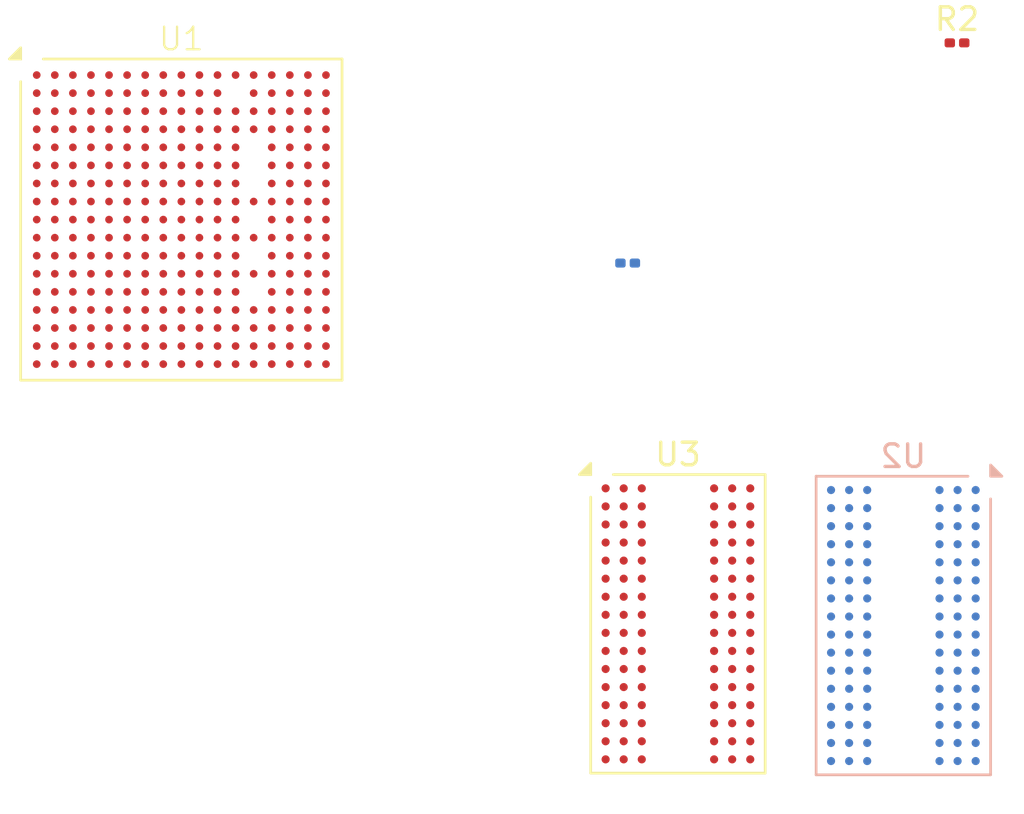
<source format=kicad_pcb>
(kicad_pcb (version 20241229) (generator "pcbnew") (generator_version "9.0")
  (layers (0 "F.Cu" signal) (4 "In1.Cu" signal) (6 "In2.Cu" signal) (2 "B.Cu" signal) (13 "F.Paste" user) (15 "B.Paste" user) (5 "F.SilkS" user "F.Silkscreen") (7 "B.SilkS" user "B.Silkscreen") (1 "F.Mask" user) (3 "B.Mask" user) (25 "Edge.Cuts" user))
  (net 0 "")
  (net 1 "VCC-IO")
  (net 2 "GND")
  (net 4 "VDD-SYS")
  (net 5 "VDD-CPU")
  (net 12 "VCC-PD")
  (net 75 "+1V5")
  (net 76 "Net-(U2-ZQ)")
  (net 79 "Net-(U3-ZQ)")
  (net 80 "/DDR3 RAM/~{CAS}")
  (net 81 "/DDR3 RAM/A3")
  (net 82 "/DDR3 RAM/A12")
  (net 83 "/DDR3 RAM/A0")
  (net 84 "/DDR3 RAM/~{RAS}")
  (net 85 "/DDR3 RAM/BA0")
  (net 88 "/DDR3 RAM/A1")
  (net 90 "/DDR3 RAM/BA1")
  (net 91 "/DDR3 RAM/~{WE}")
  (net 93 "/DDR3 RAM/A13")
  (net 94 "/DDR3 RAM/A9")
  (net 96 "/DDR3 RAM/A11")
  (net 97 "/DDR3 RAM/A6")
  (net 99 "/DDR3 RAM/A4")
  (net 103 "/DDR3 RAM/A14")
  (net 106 "/DDR3 RAM/BA2")
  (net 110 "/DDR3 RAM/A8")
  (net 111 "/DDR3 RAM/A10")
  (net 112 "/DDR3 RAM/~{DDRCS}")
  (net 116 "/DDR3 RAM/A7")
  (net 121 "/DDR3 RAM/A2")
  (net 126 "/DDR3 RAM/A5")
  (net 131 "/DDR3 RAM/~{DDRRST}")
  (footprint "Package_BGA:FBGA-96_7.5x13mm_Layout9x16_P0.8mm" (layer "F.Cu") (at 159.05 119.425)
    (property "Reference" "U3")
    (property "Value" "H5TQ4G63EFR")
  )
  (footprint "slate-lib:TFBGA-282_14x14mm_Layout17x17_P0.8mm" (layer "F.Cu") (at 137.075 101.525)
    (property "Reference" "U1")
    (property "Value" "A33")
  )
  (footprint "Resistor_SMD:R_0201_0603Metric" (layer "F.Cu") (at 171.4 93.7)
    (property "Reference" "R2")
    (property "Value" "240")
  )
  (footprint "Package_BGA:FBGA-96_7.5x13mm_Layout9x16_P0.8mm" (layer "B.Cu") (at 169.025 119.5 180)
    (property "Reference" "U2")
    (property "Value" "H5TQ4G63EFR")
  )
  (footprint "Resistor_SMD:R_0201_0603Metric" (layer "B.Cu") (at 156.825 103.45)
    (property "Reference" "R1" (hide yes))
    (property "Value" "240")
  )
)
</source>
